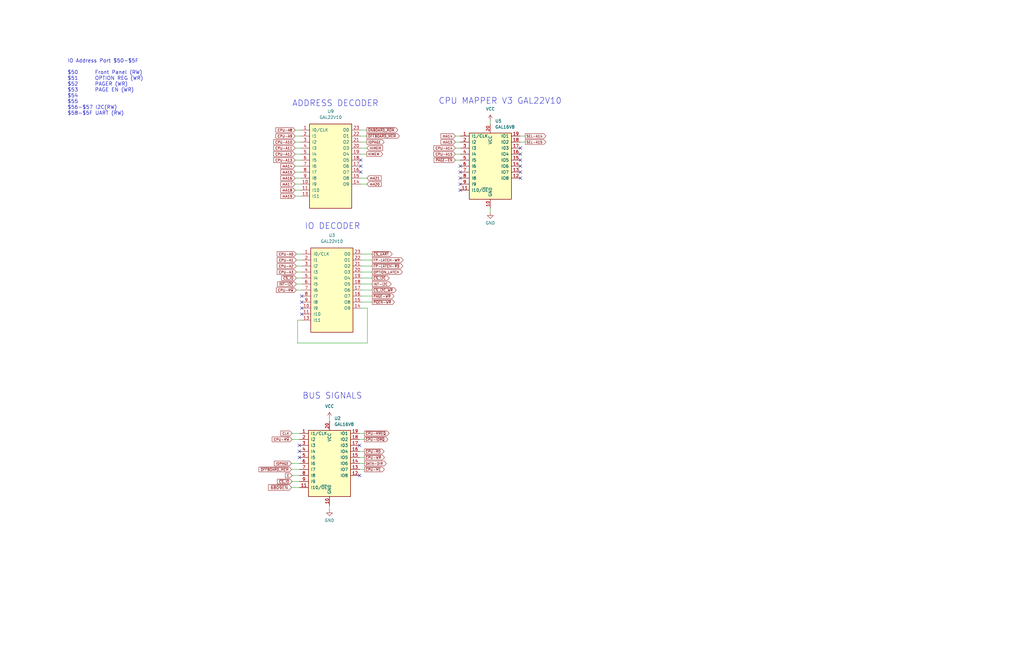
<source format=kicad_sch>
(kicad_sch (version 20211123) (generator eeschema)

  (uuid c3c349b1-d9bc-4742-9b63-40f30c22ca7c)

  (paper "B")

  (title_block
    (title "Duodyne 6809 CPU board")
    (date "2023-12-29")
    (rev "V1.00")
  )

  (lib_symbols
    (symbol "Logic_Programmable:GAL16V8" (pin_names (offset 1.016)) (in_bom yes) (on_board yes)
      (property "Reference" "U" (id 0) (at -8.89 16.51 0)
        (effects (font (size 1.27 1.27)) (justify left))
      )
      (property "Value" "GAL16V8" (id 1) (at 1.27 16.51 0)
        (effects (font (size 1.27 1.27)) (justify left))
      )
      (property "Footprint" "" (id 2) (at 0 0 0)
        (effects (font (size 1.27 1.27)) hide)
      )
      (property "Datasheet" "" (id 3) (at 0 0 0)
        (effects (font (size 1.27 1.27)) hide)
      )
      (property "ki_keywords" "GAL PLD 16V8" (id 4) (at 0 0 0)
        (effects (font (size 1.27 1.27)) hide)
      )
      (property "ki_description" "Programmable Logic Array, DIP-20/SOIC-20/PLCC-20" (id 5) (at 0 0 0)
        (effects (font (size 1.27 1.27)) hide)
      )
      (property "ki_fp_filters" "DIP* PDIP* SOIC* SO* PLCC*" (id 6) (at 0 0 0)
        (effects (font (size 1.27 1.27)) hide)
      )
      (symbol "GAL16V8_0_0"
        (pin power_in line (at 0 -17.78 90) (length 3.81)
          (name "GND" (effects (font (size 1.27 1.27))))
          (number "10" (effects (font (size 1.27 1.27))))
        )
        (pin power_in line (at 0 17.78 270) (length 3.81)
          (name "VCC" (effects (font (size 1.27 1.27))))
          (number "20" (effects (font (size 1.27 1.27))))
        )
      )
      (symbol "GAL16V8_0_1"
        (rectangle (start -8.89 13.97) (end 8.89 -13.97)
          (stroke (width 0.254) (type default) (color 0 0 0 0))
          (fill (type background))
        )
      )
      (symbol "GAL16V8_1_1"
        (pin input line (at -12.7 12.7 0) (length 3.81)
          (name "I1/CLK" (effects (font (size 1.27 1.27))))
          (number "1" (effects (font (size 1.27 1.27))))
        )
        (pin input line (at -12.7 -10.16 0) (length 3.81)
          (name "I10/~{OE}" (effects (font (size 1.27 1.27))))
          (number "11" (effects (font (size 1.27 1.27))))
        )
        (pin tri_state line (at 12.7 -5.08 180) (length 3.81)
          (name "IO8" (effects (font (size 1.27 1.27))))
          (number "12" (effects (font (size 1.27 1.27))))
        )
        (pin tri_state line (at 12.7 -2.54 180) (length 3.81)
          (name "IO7" (effects (font (size 1.27 1.27))))
          (number "13" (effects (font (size 1.27 1.27))))
        )
        (pin tri_state line (at 12.7 0 180) (length 3.81)
          (name "IO6" (effects (font (size 1.27 1.27))))
          (number "14" (effects (font (size 1.27 1.27))))
        )
        (pin tri_state line (at 12.7 2.54 180) (length 3.81)
          (name "IO5" (effects (font (size 1.27 1.27))))
          (number "15" (effects (font (size 1.27 1.27))))
        )
        (pin tri_state line (at 12.7 5.08 180) (length 3.81)
          (name "IO4" (effects (font (size 1.27 1.27))))
          (number "16" (effects (font (size 1.27 1.27))))
        )
        (pin tri_state line (at 12.7 7.62 180) (length 3.81)
          (name "I03" (effects (font (size 1.27 1.27))))
          (number "17" (effects (font (size 1.27 1.27))))
        )
        (pin tri_state line (at 12.7 10.16 180) (length 3.81)
          (name "IO2" (effects (font (size 1.27 1.27))))
          (number "18" (effects (font (size 1.27 1.27))))
        )
        (pin tri_state line (at 12.7 12.7 180) (length 3.81)
          (name "IO1" (effects (font (size 1.27 1.27))))
          (number "19" (effects (font (size 1.27 1.27))))
        )
        (pin input line (at -12.7 10.16 0) (length 3.81)
          (name "I2" (effects (font (size 1.27 1.27))))
          (number "2" (effects (font (size 1.27 1.27))))
        )
        (pin input line (at -12.7 7.62 0) (length 3.81)
          (name "I3" (effects (font (size 1.27 1.27))))
          (number "3" (effects (font (size 1.27 1.27))))
        )
        (pin input line (at -12.7 5.08 0) (length 3.81)
          (name "I4" (effects (font (size 1.27 1.27))))
          (number "4" (effects (font (size 1.27 1.27))))
        )
        (pin input line (at -12.7 2.54 0) (length 3.81)
          (name "I5" (effects (font (size 1.27 1.27))))
          (number "5" (effects (font (size 1.27 1.27))))
        )
        (pin input line (at -12.7 0 0) (length 3.81)
          (name "I6" (effects (font (size 1.27 1.27))))
          (number "6" (effects (font (size 1.27 1.27))))
        )
        (pin input line (at -12.7 -2.54 0) (length 3.81)
          (name "I7" (effects (font (size 1.27 1.27))))
          (number "7" (effects (font (size 1.27 1.27))))
        )
        (pin input line (at -12.7 -5.08 0) (length 3.81)
          (name "I8" (effects (font (size 1.27 1.27))))
          (number "8" (effects (font (size 1.27 1.27))))
        )
        (pin input line (at -12.7 -7.62 0) (length 3.81)
          (name "I9" (effects (font (size 1.27 1.27))))
          (number "9" (effects (font (size 1.27 1.27))))
        )
      )
    )
    (symbol "gal22v10:GAL22V10" (pin_names (offset 1.016)) (in_bom yes) (on_board yes)
      (property "Reference" "U" (id 0) (at -8.89 19.05 0)
        (effects (font (size 1.27 1.27)) (justify left))
      )
      (property "Value" "GAL22V10" (id 1) (at -1.27 19.05 0)
        (effects (font (size 1.27 1.27)) (justify left))
      )
      (property "Footprint" "" (id 2) (at 0 0 0)
        (effects (font (size 1.27 1.27)) hide)
      )
      (property "Datasheet" "" (id 3) (at 0 0 0)
        (effects (font (size 1.27 1.27)) hide)
      )
      (property "ki_fp_filters" "DIP* PDIP*" (id 4) (at 0 0 0)
        (effects (font (size 1.27 1.27)) hide)
      )
      (symbol "GAL22V10_0_1"
        (rectangle (start -8.89 -17.78) (end 8.89 17.78)
          (stroke (width 0.254) (type default) (color 0 0 0 0))
          (fill (type background))
        )
      )
      (symbol "GAL22V10_1_1"
        (pin input line (at -12.7 15.24 0) (length 3.81)
          (name "I0/CLK" (effects (font (size 1.27 1.27))))
          (number "1" (effects (font (size 1.27 1.27))))
        )
        (pin input line (at -12.7 -7.62 0) (length 3.81)
          (name "I9" (effects (font (size 1.27 1.27))))
          (number "10" (effects (font (size 1.27 1.27))))
        )
        (pin input line (at -12.7 -10.16 0) (length 3.81)
          (name "I10" (effects (font (size 1.27 1.27))))
          (number "11" (effects (font (size 1.27 1.27))))
        )
        (pin power_in line (at 0 -17.78 90) (length 0) hide
          (name "GND" (effects (font (size 1.27 1.27))))
          (number "12" (effects (font (size 1.27 1.27))))
        )
        (pin input line (at -12.7 -12.7 0) (length 3.81)
          (name "I11" (effects (font (size 1.27 1.27))))
          (number "13" (effects (font (size 1.27 1.27))))
        )
        (pin output line (at 12.7 -7.62 180) (length 3.81)
          (name "O9" (effects (font (size 1.27 1.27))))
          (number "14" (effects (font (size 1.27 1.27))))
        )
        (pin output line (at 12.7 -5.08 180) (length 3.81)
          (name "O8" (effects (font (size 1.27 1.27))))
          (number "15" (effects (font (size 1.27 1.27))))
        )
        (pin output line (at 12.7 -2.54 180) (length 3.81)
          (name "O7" (effects (font (size 1.27 1.27))))
          (number "16" (effects (font (size 1.27 1.27))))
        )
        (pin output line (at 12.7 0 180) (length 3.81)
          (name "O6" (effects (font (size 1.27 1.27))))
          (number "17" (effects (font (size 1.27 1.27))))
        )
        (pin output line (at 12.7 2.54 180) (length 3.81)
          (name "O5" (effects (font (size 1.27 1.27))))
          (number "18" (effects (font (size 1.27 1.27))))
        )
        (pin output line (at 12.7 5.08 180) (length 3.81)
          (name "O4" (effects (font (size 1.27 1.27))))
          (number "19" (effects (font (size 1.27 1.27))))
        )
        (pin input line (at -12.7 12.7 0) (length 3.81)
          (name "I1" (effects (font (size 1.27 1.27))))
          (number "2" (effects (font (size 1.27 1.27))))
        )
        (pin output line (at 12.7 7.62 180) (length 3.81)
          (name "O3" (effects (font (size 1.27 1.27))))
          (number "20" (effects (font (size 1.27 1.27))))
        )
        (pin output line (at 12.7 10.16 180) (length 3.81)
          (name "O2" (effects (font (size 1.27 1.27))))
          (number "21" (effects (font (size 1.27 1.27))))
        )
        (pin output line (at 12.7 12.7 180) (length 3.81)
          (name "O1" (effects (font (size 1.27 1.27))))
          (number "22" (effects (font (size 1.27 1.27))))
        )
        (pin output line (at 12.7 15.24 180) (length 3.81)
          (name "O0" (effects (font (size 1.27 1.27))))
          (number "23" (effects (font (size 1.27 1.27))))
        )
        (pin power_in line (at 0 17.78 270) (length 0) hide
          (name "VCC" (effects (font (size 1.27 1.27))))
          (number "24" (effects (font (size 1.27 1.27))))
        )
        (pin input line (at -12.7 10.16 0) (length 3.81)
          (name "I2" (effects (font (size 1.27 1.27))))
          (number "3" (effects (font (size 1.27 1.27))))
        )
        (pin input line (at -12.7 7.62 0) (length 3.81)
          (name "I3" (effects (font (size 1.27 1.27))))
          (number "4" (effects (font (size 1.27 1.27))))
        )
        (pin input line (at -12.7 5.08 0) (length 3.81)
          (name "I4" (effects (font (size 1.27 1.27))))
          (number "5" (effects (font (size 1.27 1.27))))
        )
        (pin input line (at -12.7 2.54 0) (length 3.81)
          (name "I5" (effects (font (size 1.27 1.27))))
          (number "6" (effects (font (size 1.27 1.27))))
        )
        (pin input line (at -12.7 0 0) (length 3.81)
          (name "I6" (effects (font (size 1.27 1.27))))
          (number "7" (effects (font (size 1.27 1.27))))
        )
        (pin input line (at -12.7 -2.54 0) (length 3.81)
          (name "I7" (effects (font (size 1.27 1.27))))
          (number "8" (effects (font (size 1.27 1.27))))
        )
        (pin input line (at -12.7 -5.08 0) (length 3.81)
          (name "I8" (effects (font (size 1.27 1.27))))
          (number "9" (effects (font (size 1.27 1.27))))
        )
      )
    )
    (symbol "power:GND" (power) (pin_names (offset 0)) (in_bom yes) (on_board yes)
      (property "Reference" "#PWR" (id 0) (at 0 -6.35 0)
        (effects (font (size 1.27 1.27)) hide)
      )
      (property "Value" "GND" (id 1) (at 0 -3.81 0)
        (effects (font (size 1.27 1.27)))
      )
      (property "Footprint" "" (id 2) (at 0 0 0)
        (effects (font (size 1.27 1.27)) hide)
      )
      (property "Datasheet" "" (id 3) (at 0 0 0)
        (effects (font (size 1.27 1.27)) hide)
      )
      (property "ki_keywords" "global power" (id 4) (at 0 0 0)
        (effects (font (size 1.27 1.27)) hide)
      )
      (property "ki_description" "Power symbol creates a global label with name \"GND\" , ground" (id 5) (at 0 0 0)
        (effects (font (size 1.27 1.27)) hide)
      )
      (symbol "GND_0_1"
        (polyline
          (pts
            (xy 0 0)
            (xy 0 -1.27)
            (xy 1.27 -1.27)
            (xy 0 -2.54)
            (xy -1.27 -1.27)
            (xy 0 -1.27)
          )
          (stroke (width 0) (type default) (color 0 0 0 0))
          (fill (type none))
        )
      )
      (symbol "GND_1_1"
        (pin power_in line (at 0 0 270) (length 0) hide
          (name "GND" (effects (font (size 1.27 1.27))))
          (number "1" (effects (font (size 1.27 1.27))))
        )
      )
    )
    (symbol "power:VCC" (power) (pin_names (offset 0)) (in_bom yes) (on_board yes)
      (property "Reference" "#PWR" (id 0) (at 0 -3.81 0)
        (effects (font (size 1.27 1.27)) hide)
      )
      (property "Value" "VCC" (id 1) (at 0 3.81 0)
        (effects (font (size 1.27 1.27)))
      )
      (property "Footprint" "" (id 2) (at 0 0 0)
        (effects (font (size 1.27 1.27)) hide)
      )
      (property "Datasheet" "" (id 3) (at 0 0 0)
        (effects (font (size 1.27 1.27)) hide)
      )
      (property "ki_keywords" "global power" (id 4) (at 0 0 0)
        (effects (font (size 1.27 1.27)) hide)
      )
      (property "ki_description" "Power symbol creates a global label with name \"VCC\"" (id 5) (at 0 0 0)
        (effects (font (size 1.27 1.27)) hide)
      )
      (symbol "VCC_0_1"
        (polyline
          (pts
            (xy -0.762 1.27)
            (xy 0 2.54)
          )
          (stroke (width 0) (type default) (color 0 0 0 0))
          (fill (type none))
        )
        (polyline
          (pts
            (xy 0 0)
            (xy 0 2.54)
          )
          (stroke (width 0) (type default) (color 0 0 0 0))
          (fill (type none))
        )
        (polyline
          (pts
            (xy 0 2.54)
            (xy 0.762 1.27)
          )
          (stroke (width 0) (type default) (color 0 0 0 0))
          (fill (type none))
        )
      )
      (symbol "VCC_1_1"
        (pin power_in line (at 0 0 90) (length 0) hide
          (name "VCC" (effects (font (size 1.27 1.27))))
          (number "1" (effects (font (size 1.27 1.27))))
        )
      )
    )
  )


  (no_connect (at 194.056 80.264) (uuid 084e00ae-f2aa-4fa5-8f29-758121ed5ac5))
  (no_connect (at 152.146 72.644) (uuid 0c79c4f2-34e9-4174-aa20-e12f8d2b061a))
  (no_connect (at 219.456 72.644) (uuid 18e1acb3-eaad-4e76-a3af-cee8fb3c3d78))
  (no_connect (at 194.056 75.184) (uuid 198c89a1-6599-429c-8fe9-3900bc437d2d))
  (no_connect (at 152.146 67.564) (uuid 40013344-2ed9-4fb7-9677-f3e3e05762da))
  (no_connect (at 127.254 127.508) (uuid 4b5df847-59f9-437b-aadb-5e656c752293))
  (no_connect (at 127.254 130.048) (uuid 4fe7fcab-6f73-4cdc-ac57-ccaee4337e0b))
  (no_connect (at 126.238 193.04) (uuid 5363f512-e8bc-4c91-bb58-72c2cb3a847b))
  (no_connect (at 194.056 77.724) (uuid 53ffde52-3b32-4202-bac8-693cd0bd9719))
  (no_connect (at 219.456 75.184) (uuid 73a452ce-73c6-46b7-9c28-be20af98876e))
  (no_connect (at 194.056 72.644) (uuid 8433503d-c2aa-4d2d-b614-02f1738b4861))
  (no_connect (at 219.456 67.564) (uuid 86ccd02b-a7a9-419f-a594-4ee9829aa59b))
  (no_connect (at 151.638 187.96) (uuid 89ced7e9-9189-49df-8927-f2a0a0513231))
  (no_connect (at 126.238 187.96) (uuid 9413e51d-c59d-4947-a636-ec6193422452))
  (no_connect (at 151.638 200.66) (uuid ad0a2231-c77e-46ff-b511-dbd6ea7ce06c))
  (no_connect (at 194.056 70.104) (uuid ade077f3-9c1d-4088-a436-a0d76d6953f7))
  (no_connect (at 219.456 65.024) (uuid c13efd9f-829d-47e3-8130-3b98e67e9398))
  (no_connect (at 127.254 132.588) (uuid c351e933-da84-4dfc-9018-9de6de8f583a))
  (no_connect (at 127.254 124.968) (uuid c713c33f-372e-4031-b0e8-8e5d600b369b))
  (no_connect (at 219.456 62.484) (uuid c7850794-389d-4dc9-98bf-99a62c879443))
  (no_connect (at 219.456 70.104) (uuid ca3cdec3-28f3-4774-8e27-592100e12d20))
  (no_connect (at 152.146 70.104) (uuid d5c8a360-8eb0-4e17-b346-7acaac18e0ef))
  (no_connect (at 126.238 190.5) (uuid ee6d561d-b6bd-48a5-a3c3-4be05f9d93ef))

  (wire (pts (xy 124.46 82.804) (xy 126.746 82.804))
    (stroke (width 0) (type default) (color 0 0 0 0))
    (uuid 047244c2-c680-42cd-b226-30642311f8b9)
  )
  (wire (pts (xy 151.638 182.88) (xy 153.67 182.88))
    (stroke (width 0) (type default) (color 0 0 0 0))
    (uuid 04ea88b3-dd34-449c-9998-32c0e4712be8)
  )
  (wire (pts (xy 152.654 130.048) (xy 154.94 130.048))
    (stroke (width 0) (type default) (color 0 0 0 0))
    (uuid 053b4ba2-2651-445a-92c3-0d4eef94dd14)
  )
  (wire (pts (xy 151.638 195.58) (xy 153.67 195.58))
    (stroke (width 0) (type default) (color 0 0 0 0))
    (uuid 0a274f54-8282-40ca-9404-eff9778d3f27)
  )
  (wire (pts (xy 138.938 176.53) (xy 138.938 177.8))
    (stroke (width 0) (type default) (color 0 0 0 0))
    (uuid 0a27c451-a6f4-4b65-b160-89ab6087e7e2)
  )
  (wire (pts (xy 123.19 185.42) (xy 126.238 185.42))
    (stroke (width 0) (type default) (color 0 0 0 0))
    (uuid 0accb029-5d18-4f8e-858b-335d26fd5d34)
  )
  (wire (pts (xy 151.638 185.42) (xy 153.67 185.42))
    (stroke (width 0) (type default) (color 0 0 0 0))
    (uuid 0ba56dc9-acbd-45bd-a2dd-1b38513955dc)
  )
  (wire (pts (xy 152.654 119.888) (xy 156.972 119.888))
    (stroke (width 0) (type default) (color 0 0 0 0))
    (uuid 0f38fcdc-9a17-4136-ad81-35bf99850192)
  )
  (wire (pts (xy 124.968 122.428) (xy 127.254 122.428))
    (stroke (width 0) (type default) (color 0 0 0 0))
    (uuid 108e758b-810c-45ef-b43b-a3926d8553f2)
  )
  (wire (pts (xy 192.024 65.024) (xy 194.056 65.024))
    (stroke (width 0) (type default) (color 0 0 0 0))
    (uuid 1292ba53-9e59-426a-bb7c-1501099c06e1)
  )
  (wire (pts (xy 152.654 124.968) (xy 156.972 124.968))
    (stroke (width 0) (type default) (color 0 0 0 0))
    (uuid 12d943df-e129-4857-9355-f23a8020e153)
  )
  (wire (pts (xy 123.19 182.88) (xy 126.238 182.88))
    (stroke (width 0) (type default) (color 0 0 0 0))
    (uuid 14351b71-b9f1-4ed5-bece-8d9bc0b5d3f5)
  )
  (wire (pts (xy 192.024 59.944) (xy 194.056 59.944))
    (stroke (width 0) (type default) (color 0 0 0 0))
    (uuid 1d384608-2f7f-43c6-a920-206cde07b748)
  )
  (wire (pts (xy 152.654 127.508) (xy 156.972 127.508))
    (stroke (width 0) (type default) (color 0 0 0 0))
    (uuid 1d59ae86-4754-422c-a1e0-e82e00d79ef0)
  )
  (wire (pts (xy 152.654 114.808) (xy 156.972 114.808))
    (stroke (width 0) (type default) (color 0 0 0 0))
    (uuid 2b47cd98-d6e5-4872-96b1-8a1bd84507da)
  )
  (wire (pts (xy 152.654 109.728) (xy 156.972 109.728))
    (stroke (width 0) (type default) (color 0 0 0 0))
    (uuid 2ed3ed62-177b-4236-8902-7fab7b3a3a8c)
  )
  (wire (pts (xy 151.638 198.12) (xy 153.67 198.12))
    (stroke (width 0) (type default) (color 0 0 0 0))
    (uuid 426243d8-b67d-4f08-9ad3-9008faafa163)
  )
  (wire (pts (xy 206.756 51.054) (xy 206.756 52.324))
    (stroke (width 0) (type default) (color 0 0 0 0))
    (uuid 482c8822-2de8-4a27-a338-29933d76e45e)
  )
  (wire (pts (xy 152.654 107.188) (xy 156.972 107.188))
    (stroke (width 0) (type default) (color 0 0 0 0))
    (uuid 4b248af9-9ce9-4145-9592-810454c95039)
  )
  (wire (pts (xy 124.968 112.268) (xy 127.254 112.268))
    (stroke (width 0) (type default) (color 0 0 0 0))
    (uuid 4d0a0b86-4faf-48dd-95a8-9f9a7ea08ae9)
  )
  (wire (pts (xy 192.024 62.484) (xy 194.056 62.484))
    (stroke (width 0) (type default) (color 0 0 0 0))
    (uuid 4f487e51-44ab-431e-ae75-a6eb19950436)
  )
  (wire (pts (xy 152.654 117.348) (xy 156.972 117.348))
    (stroke (width 0) (type default) (color 0 0 0 0))
    (uuid 5083c537-4152-455f-b3e4-7bc0353b8b9c)
  )
  (wire (pts (xy 124.46 57.404) (xy 126.746 57.404))
    (stroke (width 0) (type default) (color 0 0 0 0))
    (uuid 590d7e90-9fe7-4edc-884e-fffc1add96a6)
  )
  (wire (pts (xy 124.46 65.024) (xy 126.746 65.024))
    (stroke (width 0) (type default) (color 0 0 0 0))
    (uuid 59972d42-b580-40b4-81be-b68ac2971d3c)
  )
  (wire (pts (xy 219.456 57.404) (xy 221.488 57.404))
    (stroke (width 0) (type default) (color 0 0 0 0))
    (uuid 59c189b5-65e6-4e73-bd76-a25728eb7a59)
  )
  (wire (pts (xy 152.146 75.184) (xy 154.686 75.184))
    (stroke (width 0) (type default) (color 0 0 0 0))
    (uuid 634b63d6-debe-45f1-85a3-2b860bd5a80f)
  )
  (wire (pts (xy 124.968 109.728) (xy 127.254 109.728))
    (stroke (width 0) (type default) (color 0 0 0 0))
    (uuid 6417d3a9-6c76-4ed9-b8a1-96a12129643a)
  )
  (wire (pts (xy 124.968 117.348) (xy 127.254 117.348))
    (stroke (width 0) (type default) (color 0 0 0 0))
    (uuid 66c0fd4b-66b2-42ad-919f-4b14dfda80c7)
  )
  (wire (pts (xy 124.46 80.264) (xy 126.746 80.264))
    (stroke (width 0) (type default) (color 0 0 0 0))
    (uuid 7281ca40-96c3-4ca4-8bad-4402ef8ad90b)
  )
  (wire (pts (xy 122.936 198.12) (xy 126.238 198.12))
    (stroke (width 0) (type default) (color 0 0 0 0))
    (uuid 7759d708-f905-4916-9d7a-18ae63f2ce2c)
  )
  (wire (pts (xy 192.024 67.564) (xy 194.056 67.564))
    (stroke (width 0) (type default) (color 0 0 0 0))
    (uuid 779d95f8-fc4b-456e-8c14-7992b6a5f72b)
  )
  (wire (pts (xy 124.46 62.484) (xy 126.746 62.484))
    (stroke (width 0) (type default) (color 0 0 0 0))
    (uuid 81df64e2-24d2-4c7c-924e-421d697af96e)
  )
  (wire (pts (xy 124.46 75.184) (xy 126.746 75.184))
    (stroke (width 0) (type default) (color 0 0 0 0))
    (uuid 83223274-1d6f-4f4d-87b1-5ae9e97c448f)
  )
  (wire (pts (xy 154.94 144.78) (xy 125.476 144.78))
    (stroke (width 0) (type default) (color 0 0 0 0))
    (uuid 852f6e50-a514-42da-a33b-52e3fbf355b3)
  )
  (wire (pts (xy 152.146 62.484) (xy 154.686 62.484))
    (stroke (width 0) (type default) (color 0 0 0 0))
    (uuid 89765b62-4608-4f1a-8329-1d60ec749001)
  )
  (wire (pts (xy 124.46 70.104) (xy 126.746 70.104))
    (stroke (width 0) (type default) (color 0 0 0 0))
    (uuid 8a13fabb-bad1-4216-923a-36006d04705e)
  )
  (wire (pts (xy 152.146 57.404) (xy 154.686 57.404))
    (stroke (width 0) (type default) (color 0 0 0 0))
    (uuid 8c0ac902-e5e8-42a4-ab8e-2692847b4246)
  )
  (wire (pts (xy 124.968 119.888) (xy 127.254 119.888))
    (stroke (width 0) (type default) (color 0 0 0 0))
    (uuid 91ab390f-5fd4-4539-b650-5779d845ca32)
  )
  (wire (pts (xy 124.968 114.808) (xy 127.254 114.808))
    (stroke (width 0) (type default) (color 0 0 0 0))
    (uuid 9779f199-4006-4256-8d0f-d78a29ebb97d)
  )
  (wire (pts (xy 152.146 59.944) (xy 154.686 59.944))
    (stroke (width 0) (type default) (color 0 0 0 0))
    (uuid 9c828387-434a-4c3b-90fb-a9b688196893)
  )
  (wire (pts (xy 124.46 59.944) (xy 126.746 59.944))
    (stroke (width 0) (type default) (color 0 0 0 0))
    (uuid 9fc3f8cb-9a7f-46b0-b7cb-d4c7281e5ef3)
  )
  (wire (pts (xy 152.146 77.724) (xy 154.686 77.724))
    (stroke (width 0) (type default) (color 0 0 0 0))
    (uuid a38da769-f379-47ac-9f1d-3481b15f268e)
  )
  (wire (pts (xy 151.638 193.04) (xy 153.67 193.04))
    (stroke (width 0) (type default) (color 0 0 0 0))
    (uuid a6587541-12e9-4d26-b5d3-d1e69df3f0d2)
  )
  (wire (pts (xy 122.936 195.58) (xy 126.238 195.58))
    (stroke (width 0) (type default) (color 0 0 0 0))
    (uuid a8fffabe-a5eb-4f94-b0a9-758533ddffd4)
  )
  (wire (pts (xy 219.456 59.944) (xy 221.488 59.944))
    (stroke (width 0) (type default) (color 0 0 0 0))
    (uuid ad9b66d4-872c-4da1-a12e-a437e0cd253d)
  )
  (wire (pts (xy 124.968 107.188) (xy 127.254 107.188))
    (stroke (width 0) (type default) (color 0 0 0 0))
    (uuid af88317c-9815-406e-a6c6-e30c058904b4)
  )
  (wire (pts (xy 124.46 67.564) (xy 126.746 67.564))
    (stroke (width 0) (type default) (color 0 0 0 0))
    (uuid b3f07490-c569-4bec-9d1f-5de162c81c86)
  )
  (wire (pts (xy 123.19 203.2) (xy 126.238 203.2))
    (stroke (width 0) (type default) (color 0 0 0 0))
    (uuid b4d1d609-7158-41b0-b51e-697ac0f41ad8)
  )
  (wire (pts (xy 192.024 57.404) (xy 194.056 57.404))
    (stroke (width 0) (type default) (color 0 0 0 0))
    (uuid b5881657-ee3c-4261-a56d-53c653e0eb8e)
  )
  (wire (pts (xy 125.476 135.128) (xy 127.254 135.128))
    (stroke (width 0) (type default) (color 0 0 0 0))
    (uuid bb749f2f-1b1d-4ab4-9484-2bc69af3a938)
  )
  (wire (pts (xy 206.756 87.884) (xy 206.756 89.662))
    (stroke (width 0) (type default) (color 0 0 0 0))
    (uuid ca3efdde-6dd7-4b15-861f-8c82d73995b3)
  )
  (wire (pts (xy 124.46 72.644) (xy 126.746 72.644))
    (stroke (width 0) (type default) (color 0 0 0 0))
    (uuid cb7b9535-e459-41bc-8737-22c30e9f2eba)
  )
  (wire (pts (xy 138.938 213.36) (xy 138.938 215.138))
    (stroke (width 0) (type default) (color 0 0 0 0))
    (uuid ce0d92d7-5c6a-413c-affb-b983689e55e3)
  )
  (wire (pts (xy 124.46 77.724) (xy 126.746 77.724))
    (stroke (width 0) (type default) (color 0 0 0 0))
    (uuid d3c86f6a-55b7-46fe-89a0-d7405939d83f)
  )
  (wire (pts (xy 152.654 122.428) (xy 156.972 122.428))
    (stroke (width 0) (type default) (color 0 0 0 0))
    (uuid d8dd2896-9bb6-4eb3-8d8c-0b887d35940d)
  )
  (wire (pts (xy 152.146 54.864) (xy 154.686 54.864))
    (stroke (width 0) (type default) (color 0 0 0 0))
    (uuid daa75cf1-578b-4b3b-85b7-8d26649bf283)
  )
  (wire (pts (xy 123.19 200.66) (xy 126.238 200.66))
    (stroke (width 0) (type default) (color 0 0 0 0))
    (uuid dbc8710a-926a-487c-8078-93c90410f405)
  )
  (wire (pts (xy 124.46 54.864) (xy 126.746 54.864))
    (stroke (width 0) (type default) (color 0 0 0 0))
    (uuid dd9d9c83-af9c-4baf-af27-638e404e3444)
  )
  (wire (pts (xy 154.94 130.048) (xy 154.94 144.78))
    (stroke (width 0) (type default) (color 0 0 0 0))
    (uuid e019bed8-a6fb-4abb-86de-ab0423d6d5ad)
  )
  (wire (pts (xy 151.638 190.5) (xy 153.67 190.5))
    (stroke (width 0) (type default) (color 0 0 0 0))
    (uuid e9841fdd-f3cb-47cf-a3f8-11c14bc9e8dd)
  )
  (wire (pts (xy 152.146 65.024) (xy 154.686 65.024))
    (stroke (width 0) (type default) (color 0 0 0 0))
    (uuid ef0b6c5b-1ead-4e78-b6ac-c70e759b220f)
  )
  (wire (pts (xy 122.936 205.74) (xy 126.238 205.74))
    (stroke (width 0) (type default) (color 0 0 0 0))
    (uuid f7555b0a-bb1e-4415-9145-80ff14f6261e)
  )
  (wire (pts (xy 152.654 112.268) (xy 156.972 112.268))
    (stroke (width 0) (type default) (color 0 0 0 0))
    (uuid ff6183e2-5654-4e1b-9f2f-fd231e519399)
  )
  (wire (pts (xy 125.476 144.78) (xy 125.476 135.128))
    (stroke (width 0) (type default) (color 0 0 0 0))
    (uuid ff894ab8-2c54-45de-96fb-0dbfe08dbdae)
  )

  (text "CPU MAPPER V3 GAL22V10" (at 184.912 44.196 0)
    (effects (font (size 2.54 2.54)) (justify left bottom))
    (uuid 0e2d4095-3224-4ea4-9d57-d47a33d5a6c9)
  )
  (text "ADDRESS DECODER" (at 123.19 45.212 0)
    (effects (font (size 2.54 2.54)) (justify left bottom))
    (uuid 1afbf2a1-93e1-47bf-977f-e132c2375c62)
  )
  (text "IO DECODER\n" (at 128.524 97.028 0)
    (effects (font (size 2.54 2.54)) (justify left bottom))
    (uuid 930f1563-6d83-4d40-9b92-f001399bc6ee)
  )
  (text "IO Address Port $50-$5F\n\n$50	     Front Panel (RW)\n$51	     OPTION REG (WR)\n$52	     PAGER (WR)\n$53	     PAGE EN (WR)\n$54     \n$55     \n$56-$57 I2C(RW)\n$58-$5F UART (RW)"
    (at 28.448 48.768 0)
    (effects (font (size 1.524 1.524)) (justify left bottom))
    (uuid bc80decc-df57-444a-abb0-0e15fde065d0)
  )
  (text "BUS SIGNALS\n\n" (at 127.508 172.72 0)
    (effects (font (size 2.54 2.54)) (justify left bottom))
    (uuid ea16b8d3-6c36-44a3-abf9-cbc7a8da0d52)
  )

  (global_label "~{PGEN-WR}" (shape output) (at 156.972 127.508 0) (fields_autoplaced)
    (effects (font (size 1.016 1.016)) (justify left))
    (uuid 08c27526-3a50-4b47-beb7-128dc8548f05)
    (property "Intersheet References" "${INTERSHEET_REFS}" (id 0) (at -50.038 72.898 0)
      (effects (font (size 1.27 1.27)) hide)
    )
  )
  (global_label "CPU-A3" (shape input) (at 124.968 114.808 180) (fields_autoplaced)
    (effects (font (size 1.016 1.016)) (justify right))
    (uuid 164a119e-a283-472b-bb2c-2003d37ab3c3)
    (property "Intersheet References" "${INTERSHEET_REFS}" (id 0) (at 116.9159 114.7445 0)
      (effects (font (size 1.016 1.016)) (justify right) hide)
    )
  )
  (global_label "FP-LATCH-WR" (shape output) (at 156.972 109.728 0) (fields_autoplaced)
    (effects (font (size 1.016 1.016)) (justify left))
    (uuid 16afe0fa-749e-417b-9a4d-3adaab475ecb)
    (property "Intersheet References" "${INTERSHEET_REFS}" (id 0) (at 169.9589 109.7915 0)
      (effects (font (size 1.016 1.016)) (justify left) hide)
    )
  )
  (global_label "~{CS_I2C}" (shape output) (at 156.972 117.348 0) (fields_autoplaced)
    (effects (font (size 1.016 1.016)) (justify left))
    (uuid 2b5d4dc2-c6a9-42b6-b7a1-6882528c7b23)
    (property "Intersheet References" "${INTERSHEET_REFS}" (id 0) (at 164.0564 117.2845 0)
      (effects (font (size 1.016 1.016)) (justify left) hide)
    )
  )
  (global_label "~{CPU-RD}" (shape output) (at 153.67 190.5 0) (fields_autoplaced)
    (effects (font (size 1.016 1.016)) (justify left))
    (uuid 2c476d7c-303f-43f2-9ad8-e043089aec95)
    (property "Intersheet References" "${INTERSHEET_REFS}" (id 0) (at 335.28 306.07 0)
      (effects (font (size 1.27 1.27)) hide)
    )
  )
  (global_label "~{CS_IO}" (shape input) (at 124.968 117.348 180) (fields_autoplaced)
    (effects (font (size 1.016 1.016)) (justify right))
    (uuid 2db2818a-c163-48ac-a172-bd69ee6c8b06)
    (property "Intersheet References" "${INTERSHEET_REFS}" (id 0) (at 118.8028 117.4115 0)
      (effects (font (size 1.016 1.016)) (justify right) hide)
    )
  )
  (global_label "mA15" (shape input) (at 192.024 59.944 180) (fields_autoplaced)
    (effects (font (size 1.016 1.016)) (justify right))
    (uuid 357e846b-65f7-4f3e-8634-00a58dd76f34)
    (property "Intersheet References" "${INTERSHEET_REFS}" (id 0) (at 25.654 -9.906 0)
      (effects (font (size 1.27 1.27)) hide)
    )
  )
  (global_label "E" (shape input) (at 123.19 200.66 180) (fields_autoplaced)
    (effects (font (size 1.016 1.016)) (justify right))
    (uuid 44110887-d568-4553-b011-d52292a113a1)
    (property "Intersheet References" "${INTERSHEET_REFS}" (id 0) (at 120.4115 200.7235 0)
      (effects (font (size 1.016 1.016)) (justify right) hide)
    )
  )
  (global_label "~{CPU-MREQ}" (shape output) (at 153.67 182.88 0) (fields_autoplaced)
    (effects (font (size 1.016 1.016)) (justify left))
    (uuid 46f15d76-dae2-44f8-926a-c73ef898a7b0)
    (property "Intersheet References" "${INTERSHEET_REFS}" (id 0) (at 335.28 293.37 0)
      (effects (font (size 1.27 1.27)) hide)
    )
  )
  (global_label "CPU-A1" (shape input) (at 124.968 109.728 180) (fields_autoplaced)
    (effects (font (size 1.016 1.016)) (justify right))
    (uuid 4ddc513d-5e54-4a78-9b4c-fb2e56448ae5)
    (property "Intersheet References" "${INTERSHEET_REFS}" (id 0) (at 116.9159 109.6645 0)
      (effects (font (size 1.016 1.016)) (justify right) hide)
    )
  )
  (global_label "IOPAGE" (shape output) (at 154.686 59.944 0) (fields_autoplaced)
    (effects (font (size 1.016 1.016)) (justify left))
    (uuid 543a77f4-802d-41c4-ae0a-4637839138aa)
    (property "Intersheet References" "${INTERSHEET_REFS}" (id 0) (at 161.9156 59.8805 0)
      (effects (font (size 1.016 1.016)) (justify left) hide)
    )
  )
  (global_label "CPU-A8" (shape input) (at 124.46 54.864 180) (fields_autoplaced)
    (effects (font (size 1.016 1.016)) (justify right))
    (uuid 56aaeb7c-97f3-40ab-9b54-5ed039d39a46)
    (property "Intersheet References" "${INTERSHEET_REFS}" (id 0) (at 116.4079 54.9275 0)
      (effects (font (size 1.016 1.016)) (justify right) hide)
    )
  )
  (global_label "~{CS_IO}" (shape input) (at 123.19 203.2 180) (fields_autoplaced)
    (effects (font (size 1.016 1.016)) (justify right))
    (uuid 5719fa55-e2ef-424a-a8c0-01f2c4cdcff7)
    (property "Intersheet References" "${INTERSHEET_REFS}" (id 0) (at 117.0248 203.2635 0)
      (effects (font (size 1.016 1.016)) (justify right) hide)
    )
  )
  (global_label "CLK" (shape input) (at 123.19 182.88 180) (fields_autoplaced)
    (effects (font (size 1.016 1.016)) (justify right))
    (uuid 5964ab84-40f1-44f9-a4c3-867841c2d2e3)
    (property "Intersheet References" "${INTERSHEET_REFS}" (id 0) (at 118.4762 182.8165 0)
      (effects (font (size 1.016 1.016)) (justify right) hide)
    )
  )
  (global_label "~{CPU-WR}" (shape output) (at 153.67 193.04 0) (fields_autoplaced)
    (effects (font (size 1.016 1.016)) (justify left))
    (uuid 5cce2dcb-b010-4bb0-9a70-ce60d580e088)
    (property "Intersheet References" "${INTERSHEET_REFS}" (id 0) (at 335.28 311.15 0)
      (effects (font (size 1.27 1.27)) hide)
    )
  )
  (global_label "mA15" (shape input) (at 124.46 72.644 180) (fields_autoplaced)
    (effects (font (size 1.016 1.016)) (justify right))
    (uuid 61dc1a5f-c95c-4cc9-b42d-28a5988445bd)
    (property "Intersheet References" "${INTERSHEET_REFS}" (id 0) (at 118.4399 72.7075 0)
      (effects (font (size 1.016 1.016)) (justify right) hide)
    )
  )
  (global_label "mA14" (shape input) (at 192.024 57.404 180) (fields_autoplaced)
    (effects (font (size 1.016 1.016)) (justify right))
    (uuid 62ce67f7-e6ee-4584-b307-eb98350aa7ea)
    (property "Intersheet References" "${INTERSHEET_REFS}" (id 0) (at 25.654 -9.906 0)
      (effects (font (size 1.27 1.27)) hide)
    )
  )
  (global_label "mA18" (shape input) (at 124.46 80.264 180) (fields_autoplaced)
    (effects (font (size 1.016 1.016)) (justify right))
    (uuid 70387619-caf1-485b-9c25-a23feae848d8)
    (property "Intersheet References" "${INTERSHEET_REFS}" (id 0) (at 118.4399 80.3275 0)
      (effects (font (size 1.016 1.016)) (justify right) hide)
    )
  )
  (global_label "~{CPU-M1}" (shape output) (at 153.67 198.12 0) (fields_autoplaced)
    (effects (font (size 1.016 1.016)) (justify left))
    (uuid 736892d4-d15f-464b-b060-5e8c2a735845)
    (property "Intersheet References" "${INTERSHEET_REFS}" (id 0) (at 335.28 306.07 0)
      (effects (font (size 1.27 1.27)) hide)
    )
  )
  (global_label "CPU-A2" (shape input) (at 124.968 112.268 180) (fields_autoplaced)
    (effects (font (size 1.016 1.016)) (justify right))
    (uuid 770b661b-fa6a-4ecc-ba0d-eafd84e5e2db)
    (property "Intersheet References" "${INTERSHEET_REFS}" (id 0) (at 116.9159 112.2045 0)
      (effects (font (size 1.016 1.016)) (justify right) hide)
    )
  )
  (global_label "~{OFFBOARD_MEM}" (shape input) (at 122.936 198.12 180) (fields_autoplaced)
    (effects (font (size 1.016 1.016)) (justify right))
    (uuid 7ed9ff39-80ff-45a6-a138-65e05d39423e)
    (property "Intersheet References" "${INTERSHEET_REFS}" (id 0) (at 109.2717 198.0565 0)
      (effects (font (size 1.016 1.016)) (justify right) hide)
    )
  )
  (global_label "~{OFFBOARD_MEM}" (shape output) (at 154.686 57.404 0) (fields_autoplaced)
    (effects (font (size 1.016 1.016)) (justify left))
    (uuid 81e96b93-365a-49b4-8e21-0e874b1ade7e)
    (property "Intersheet References" "${INTERSHEET_REFS}" (id 0) (at 168.3503 57.3405 0)
      (effects (font (size 1.016 1.016)) (justify left) hide)
    )
  )
  (global_label "CPU-A10" (shape input) (at 124.46 59.944 180) (fields_autoplaced)
    (effects (font (size 1.016 1.016)) (justify right))
    (uuid 85ed94f1-a163-45ea-ba09-7a58204148ff)
    (property "Intersheet References" "${INTERSHEET_REFS}" (id 0) (at 115.4403 59.8805 0)
      (effects (font (size 1.016 1.016)) (justify right) hide)
    )
  )
  (global_label "CPU-A0" (shape input) (at 124.968 107.188 180) (fields_autoplaced)
    (effects (font (size 1.016 1.016)) (justify right))
    (uuid 861f3977-f34d-4fa5-b7df-99efddf05362)
    (property "Intersheet References" "${INTERSHEET_REFS}" (id 0) (at 116.9159 107.1245 0)
      (effects (font (size 1.016 1.016)) (justify right) hide)
    )
  )
  (global_label "~{CS_I2C_WR}" (shape output) (at 156.972 122.428 0) (fields_autoplaced)
    (effects (font (size 1.016 1.016)) (justify left))
    (uuid 86815926-8f12-47fc-ab31-b1b5895a9302)
    (property "Intersheet References" "${INTERSHEET_REFS}" (id 0) (at 167.0077 122.3645 0)
      (effects (font (size 1.016 1.016)) (justify left) hide)
    )
  )
  (global_label "~{PAGE-EN}" (shape input) (at 192.024 67.564 180) (fields_autoplaced)
    (effects (font (size 1.016 1.016)) (justify right))
    (uuid 8748290e-ba22-4255-912d-31b7e4c232e2)
    (property "Intersheet References" "${INTERSHEET_REFS}" (id 0) (at 108.204 -169.926 0)
      (effects (font (size 1.27 1.27)) hide)
    )
  )
  (global_label "INT-I2C" (shape output) (at 156.972 119.888 0) (fields_autoplaced)
    (effects (font (size 1.016 1.016)) (justify left))
    (uuid 885f455c-3ef4-4898-a22a-b64c84212d6a)
    (property "Intersheet References" "${INTERSHEET_REFS}" (id 0) (at 164.8789 119.8245 0)
      (effects (font (size 1.016 1.016)) (justify left) hide)
    )
  )
  (global_label "~{6809EN}" (shape input) (at 122.936 205.74 180) (fields_autoplaced)
    (effects (font (size 1.27 1.27)) (justify right))
    (uuid 88811024-b7a9-468b-8713-71999699763f)
    (property "Intersheet References" "${INTERSHEET_REFS}" (id 0) (at 113.2942 205.6606 0)
      (effects (font (size 1.27 1.27)) (justify right) hide)
    )
  )
  (global_label "mA14" (shape input) (at 124.46 70.104 180) (fields_autoplaced)
    (effects (font (size 1.016 1.016)) (justify right))
    (uuid 8adaf63f-e216-4fdc-a105-2fdb595548a9)
    (property "Intersheet References" "${INTERSHEET_REFS}" (id 0) (at 118.4399 70.1675 0)
      (effects (font (size 1.016 1.016)) (justify right) hide)
    )
  )
  (global_label "mA16" (shape input) (at 124.46 75.184 180) (fields_autoplaced)
    (effects (font (size 1.016 1.016)) (justify right))
    (uuid 8e5a3926-5684-48b3-b2bf-c15cd90c48ff)
    (property "Intersheet References" "${INTERSHEET_REFS}" (id 0) (at 118.4399 75.2475 0)
      (effects (font (size 1.016 1.016)) (justify right) hide)
    )
  )
  (global_label "~{INT-I2C}" (shape input) (at 124.968 119.888 180) (fields_autoplaced)
    (effects (font (size 1.016 1.016)) (justify right))
    (uuid 90ea3b06-2897-4aec-a08e-697812948d72)
    (property "Intersheet References" "${INTERSHEET_REFS}" (id 0) (at 117.0611 119.9515 0)
      (effects (font (size 1.016 1.016)) (justify right) hide)
    )
  )
  (global_label "~{FP-LATCH-RD}" (shape output) (at 156.972 112.268 0) (fields_autoplaced)
    (effects (font (size 1.016 1.016)) (justify left))
    (uuid 9327e9c2-d451-424f-a22e-68d75a33e993)
    (property "Intersheet References" "${INTERSHEET_REFS}" (id 0) (at 169.8138 112.3315 0)
      (effects (font (size 1.016 1.016)) (justify left) hide)
    )
  )
  (global_label "mA20" (shape input) (at 154.686 77.724 0) (fields_autoplaced)
    (effects (font (size 1.016 1.016)) (justify left))
    (uuid 97327937-3cfa-4a0e-b641-07d17ade1f6b)
    (property "Intersheet References" "${INTERSHEET_REFS}" (id 0) (at 160.7061 77.6605 0)
      (effects (font (size 1.016 1.016)) (justify left) hide)
    )
  )
  (global_label "SEL-A15" (shape output) (at 221.488 59.944 0) (fields_autoplaced)
    (effects (font (size 1.016 1.016)) (justify left))
    (uuid a2b13e67-9ec2-4902-bec6-56f9449ffd41)
    (property "Intersheet References" "${INTERSHEET_REFS}" (id 0) (at 14.478 0.254 0)
      (effects (font (size 1.27 1.27)) hide)
    )
  )
  (global_label "CPU-R~{W}" (shape input) (at 123.19 185.42 180) (fields_autoplaced)
    (effects (font (size 1.016 1.016)) (justify right))
    (uuid a7a7be93-58b5-4e11-bfe3-93090dafa0d4)
    (property "Intersheet References" "${INTERSHEET_REFS}" (id 0) (at 114.7993 185.3565 0)
      (effects (font (size 1.016 1.016)) (justify right) hide)
    )
  )
  (global_label "HIMEM" (shape output) (at 154.686 65.024 0) (fields_autoplaced)
    (effects (font (size 1.016 1.016)) (justify left))
    (uuid aedb256e-b977-4756-821b-dae460d0559a)
    (property "Intersheet References" "${INTERSHEET_REFS}" (id 0) (at 161.335 64.9605 0)
      (effects (font (size 1.016 1.016)) (justify left) hide)
    )
  )
  (global_label "mA19" (shape input) (at 124.46 82.804 180) (fields_autoplaced)
    (effects (font (size 1.016 1.016)) (justify right))
    (uuid af0f4c27-9381-44a2-9b60-28fd51824199)
    (property "Intersheet References" "${INTERSHEET_REFS}" (id 0) (at 118.4399 82.8675 0)
      (effects (font (size 1.016 1.016)) (justify right) hide)
    )
  )
  (global_label "CPU-A15" (shape input) (at 192.024 65.024 180) (fields_autoplaced)
    (effects (font (size 1.016 1.016)) (justify right))
    (uuid b1bacc71-9c88-4843-951a-a1bbc89ea766)
    (property "Intersheet References" "${INTERSHEET_REFS}" (id 0) (at 25.654 0.254 0)
      (effects (font (size 1.27 1.27)) hide)
    )
  )
  (global_label "IOPAGE" (shape input) (at 122.936 195.58 180) (fields_autoplaced)
    (effects (font (size 1.016 1.016)) (justify right))
    (uuid b5b50921-d3c9-4d15-af62-ce5b46477d41)
    (property "Intersheet References" "${INTERSHEET_REFS}" (id 0) (at 115.7064 195.6435 0)
      (effects (font (size 1.016 1.016)) (justify right) hide)
    )
  )
  (global_label "mA21" (shape input) (at 154.686 75.184 0) (fields_autoplaced)
    (effects (font (size 1.016 1.016)) (justify left))
    (uuid bb3321d5-1962-4a11-9cb2-c99d3a6c65be)
    (property "Intersheet References" "${INTERSHEET_REFS}" (id 0) (at 160.7061 75.1205 0)
      (effects (font (size 1.016 1.016)) (justify left) hide)
    )
  )
  (global_label "~{ONBOARD_ROM}" (shape output) (at 154.686 54.864 0) (fields_autoplaced)
    (effects (font (size 1.016 1.016)) (justify left))
    (uuid bbfd550f-c7d4-4bdf-8f86-b83b26ef32fb)
    (property "Intersheet References" "${INTERSHEET_REFS}" (id 0) (at 167.6729 54.8005 0)
      (effects (font (size 1.016 1.016)) (justify left) hide)
    )
  )
  (global_label "SEL-A14" (shape output) (at 221.488 57.404 0) (fields_autoplaced)
    (effects (font (size 1.016 1.016)) (justify left))
    (uuid be6f5e6e-85ce-4ccf-ac01-83222b5c0cd0)
    (property "Intersheet References" "${INTERSHEET_REFS}" (id 0) (at 14.478 0.254 0)
      (effects (font (size 1.27 1.27)) hide)
    )
  )
  (global_label "CPU-A11" (shape input) (at 124.46 62.484 180) (fields_autoplaced)
    (effects (font (size 1.016 1.016)) (justify right))
    (uuid bffa94a7-ac01-454b-8b1b-c94e6aaaab71)
    (property "Intersheet References" "${INTERSHEET_REFS}" (id 0) (at 115.4403 62.4205 0)
      (effects (font (size 1.016 1.016)) (justify right) hide)
    )
  )
  (global_label "OPTION_LATCH" (shape output) (at 156.972 114.808 0) (fields_autoplaced)
    (effects (font (size 1.016 1.016)) (justify left))
    (uuid c3d3389f-b6a4-433f-8f64-7b728d687505)
    (property "Intersheet References" "${INTERSHEET_REFS}" (id 0) (at 169.6203 114.7445 0)
      (effects (font (size 1.016 1.016)) (justify left) hide)
    )
  )
  (global_label "CPU-A14" (shape input) (at 192.024 62.484 180) (fields_autoplaced)
    (effects (font (size 1.016 1.016)) (justify right))
    (uuid c5e32d02-825b-4069-a1c7-0eb9d8093ec4)
    (property "Intersheet References" "${INTERSHEET_REFS}" (id 0) (at 25.654 0.254 0)
      (effects (font (size 1.27 1.27)) hide)
    )
  )
  (global_label "CPU-A13" (shape input) (at 124.46 67.564 180) (fields_autoplaced)
    (effects (font (size 1.016 1.016)) (justify right))
    (uuid c7469d69-227c-468b-b4af-3028ea4116c6)
    (property "Intersheet References" "${INTERSHEET_REFS}" (id 0) (at 115.4403 67.5005 0)
      (effects (font (size 1.016 1.016)) (justify right) hide)
    )
  )
  (global_label "~{CPU-IORQ}" (shape output) (at 153.67 185.42 0) (fields_autoplaced)
    (effects (font (size 1.016 1.016)) (justify left))
    (uuid cabceee0-e730-4905-ad77-1d2ca780b057)
    (property "Intersheet References" "${INTERSHEET_REFS}" (id 0) (at 163.5122 185.4835 0)
      (effects (font (size 1.016 1.016)) (justify left) hide)
    )
  )
  (global_label "HIMEM" (shape input) (at 154.686 62.484 0) (fields_autoplaced)
    (effects (font (size 1.016 1.016)) (justify left))
    (uuid cbb22c3a-5c74-4ba0-aad3-fee8b8d30cc1)
    (property "Intersheet References" "${INTERSHEET_REFS}" (id 0) (at 161.335 62.4205 0)
      (effects (font (size 1.016 1.016)) (justify left) hide)
    )
  )
  (global_label "mA17" (shape input) (at 124.46 77.724 180) (fields_autoplaced)
    (effects (font (size 1.016 1.016)) (justify right))
    (uuid cdee453a-1f4b-4473-9ed3-249164742b13)
    (property "Intersheet References" "${INTERSHEET_REFS}" (id 0) (at 118.4399 77.7875 0)
      (effects (font (size 1.016 1.016)) (justify right) hide)
    )
  )
  (global_label "CPU-A12" (shape input) (at 124.46 65.024 180) (fields_autoplaced)
    (effects (font (size 1.016 1.016)) (justify right))
    (uuid d24cf998-07b6-4dab-8746-4d62df5250c7)
    (property "Intersheet References" "${INTERSHEET_REFS}" (id 0) (at 115.4403 64.9605 0)
      (effects (font (size 1.016 1.016)) (justify right) hide)
    )
  )
  (global_label "~{CS_UART}" (shape output) (at 156.972 107.188 0) (fields_autoplaced)
    (effects (font (size 1.016 1.016)) (justify left))
    (uuid d66cf4be-a94d-431e-9da3-97cd1d3d2a88)
    (property "Intersheet References" "${INTERSHEET_REFS}" (id 0) (at 165.3143 107.2515 0)
      (effects (font (size 1.016 1.016)) (justify left) hide)
    )
  )
  (global_label "CPU-R~{W}" (shape input) (at 124.968 122.428 180) (fields_autoplaced)
    (effects (font (size 1.016 1.016)) (justify right))
    (uuid e44a0218-fa98-4aee-9735-ce29a7dcee08)
    (property "Intersheet References" "${INTERSHEET_REFS}" (id 0) (at 116.5773 122.3645 0)
      (effects (font (size 1.016 1.016)) (justify right) hide)
    )
  )
  (global_label "~{PAGE-WR}" (shape output) (at 156.972 124.968 0) (fields_autoplaced)
    (effects (font (size 1.016 1.016)) (justify left))
    (uuid e7a77d47-3406-4b48-b009-efddb84592a5)
    (property "Intersheet References" "${INTERSHEET_REFS}" (id 0) (at -50.038 72.898 0)
      (effects (font (size 1.27 1.27)) hide)
    )
  )
  (global_label "CPU-A9" (shape input) (at 124.46 57.404 180) (fields_autoplaced)
    (effects (font (size 1.016 1.016)) (justify right))
    (uuid f8b7ba2e-15c6-40b3-a919-7f3b7b4c714c)
    (property "Intersheet References" "${INTERSHEET_REFS}" (id 0) (at 116.4079 57.4675 0)
      (effects (font (size 1.016 1.016)) (justify right) hide)
    )
  )
  (global_label "DATA-DIR" (shape output) (at 153.67 195.58 0) (fields_autoplaced)
    (effects (font (size 1.016 1.016)) (justify left))
    (uuid faecec13-3669-4c66-a8e3-7c04e436f3e1)
    (property "Intersheet References" "${INTERSHEET_REFS}" (id 0) (at 162.8348 195.5165 0)
      (effects (font (size 1.016 1.016)) (justify left) hide)
    )
  )

  (symbol (lib_id "power:VCC") (at 138.938 176.53 0) (unit 1)
    (in_bom yes) (on_board yes) (fields_autoplaced)
    (uuid 32b5f58b-faf8-41d7-9123-4ec74fcf16f9)
    (property "Reference" "#PWR0119" (id 0) (at 138.938 180.34 0)
      (effects (font (size 1.27 1.27)) hide)
    )
    (property "Value" "VCC" (id 1) (at 138.938 171.45 0))
    (property "Footprint" "" (id 2) (at 138.938 176.53 0)
      (effects (font (size 1.27 1.27)) hide)
    )
    (property "Datasheet" "" (id 3) (at 138.938 176.53 0)
      (effects (font (size 1.27 1.27)) hide)
    )
    (pin "1" (uuid cd39607b-ccaf-428b-87cf-eeebffd5456a))
  )

  (symbol (lib_id "power:VCC") (at 206.756 51.054 0) (unit 1)
    (in_bom yes) (on_board yes) (fields_autoplaced)
    (uuid 3b79b3e6-6ba3-4358-8098-f6ebc66e2620)
    (property "Reference" "#PWR0120" (id 0) (at 206.756 54.864 0)
      (effects (font (size 1.27 1.27)) hide)
    )
    (property "Value" "VCC" (id 1) (at 206.756 45.974 0))
    (property "Footprint" "" (id 2) (at 206.756 51.054 0)
      (effects (font (size 1.27 1.27)) hide)
    )
    (property "Datasheet" "" (id 3) (at 206.756 51.054 0)
      (effects (font (size 1.27 1.27)) hide)
    )
    (pin "1" (uuid d5c1fad6-dfa9-46fe-892e-2727e052692f))
  )

  (symbol (lib_id "gal22v10:GAL22V10") (at 139.446 70.104 0) (unit 1)
    (in_bom yes) (on_board yes) (fields_autoplaced)
    (uuid 58b2f835-8782-4641-84d8-d08958f97a9f)
    (property "Reference" "U9" (id 0) (at 139.446 46.99 0))
    (property "Value" "GAL22V10" (id 1) (at 139.446 49.53 0))
    (property "Footprint" "Package_DIP:DIP-24_W7.62mm_Socket_LongPads" (id 2) (at 139.446 70.104 0)
      (effects (font (size 1.27 1.27)) hide)
    )
    (property "Datasheet" "" (id 3) (at 139.446 70.104 0)
      (effects (font (size 1.27 1.27)) hide)
    )
    (pin "1" (uuid cdceb23c-8fe7-4753-8303-b9de8480f361))
    (pin "10" (uuid 536e23be-b80a-4aff-afe8-ebd21aaca151))
    (pin "11" (uuid afa249ee-1ef1-4739-b78d-0ae4057ca472))
    (pin "12" (uuid 15b082c0-be2d-467b-ae61-62b0e9e3ca3f))
    (pin "13" (uuid 64fe1729-bf50-41c2-b2ba-9336750c0af0))
    (pin "14" (uuid 1ffaa410-8658-4c0c-815c-f104f7027137))
    (pin "15" (uuid 92303bb2-3120-461b-ae0b-6ec6043d0c1d))
    (pin "16" (uuid 38b1e5f3-1ca4-4c3e-bef4-111b870ff0b1))
    (pin "17" (uuid 35827969-52b2-40a9-b1e1-15d3aec9624a))
    (pin "18" (uuid 5f1fdb52-3279-4e99-a0d0-67b398f334a1))
    (pin "19" (uuid b77adb35-b9c5-47cb-a359-2ef29e2d8e21))
    (pin "2" (uuid 1dd960ce-243f-43df-9ad7-462b2981008d))
    (pin "20" (uuid 69fd3da2-adbb-4989-9a1e-d6a00be3b1f1))
    (pin "21" (uuid 436516f0-6576-4e83-a9c5-4ab2db2cae8e))
    (pin "22" (uuid 67daa4c9-17f5-4a8a-8668-b3ff1b493160))
    (pin "23" (uuid c2d0ef76-9f2d-468b-9894-b809886cbeca))
    (pin "24" (uuid 7d9265d0-1501-430d-97c7-30fca904f3b2))
    (pin "3" (uuid 97133f1c-3798-42c4-a181-3a1be0e7a3cd))
    (pin "4" (uuid b8f44480-73b0-4f30-b925-768e807514fb))
    (pin "5" (uuid 3985ab78-ce73-4de8-90a5-dc4d6ba3c219))
    (pin "6" (uuid bb5ca993-e66b-4b97-b2b2-c1543609ed63))
    (pin "7" (uuid 2ae1ad44-f30c-45d7-8cc7-7dd7371a4737))
    (pin "8" (uuid 51284cf2-d30c-444d-b074-b369358c6d4f))
    (pin "9" (uuid 400327d2-4124-44ec-b7b0-d5f2742950da))
  )

  (symbol (lib_id "Logic_Programmable:GAL16V8") (at 138.938 195.58 0) (unit 1)
    (in_bom yes) (on_board yes) (fields_autoplaced)
    (uuid 6e7b237d-2d2a-4233-9ae4-f9a4fe106ebd)
    (property "Reference" "U2" (id 0) (at 140.9574 176.53 0)
      (effects (font (size 1.27 1.27)) (justify left))
    )
    (property "Value" "GAL16V8" (id 1) (at 140.9574 179.07 0)
      (effects (font (size 1.27 1.27)) (justify left))
    )
    (property "Footprint" "Package_DIP:DIP-20_W7.62mm_Socket_LongPads" (id 2) (at 138.938 195.58 0)
      (effects (font (size 1.27 1.27)) hide)
    )
    (property "Datasheet" "" (id 3) (at 138.938 195.58 0)
      (effects (font (size 1.27 1.27)) hide)
    )
    (pin "10" (uuid 3ccbd3ec-4810-4b31-b7fb-afd1d7360fa1))
    (pin "20" (uuid 853ae7d8-ce16-46dd-8d12-5d309a2e4c84))
    (pin "1" (uuid a4507941-daf4-4c74-a053-67f627e1670b))
    (pin "11" (uuid eabe52ab-39f1-46cc-8331-1fed4c3f47d7))
    (pin "12" (uuid 99852b6b-8727-4b45-9b74-985c5c8b32ed))
    (pin "13" (uuid db82c703-58e6-4dbc-8742-4456e0c4937a))
    (pin "14" (uuid 126dbaeb-f8f0-436a-8f33-b69b7896d2b4))
    (pin "15" (uuid cb2f3f1e-cebe-4490-acfe-464f85c2349d))
    (pin "16" (uuid 641000d7-c482-4ace-a213-1ce6ab7d2ae6))
    (pin "17" (uuid 04805856-fc81-4486-8662-3e6df32875e1))
    (pin "18" (uuid 84112832-1695-4dc8-8a6b-764a809fb018))
    (pin "19" (uuid 9337efe6-cfb0-45ff-a8c5-df6e2cc41048))
    (pin "2" (uuid 027d20ef-982b-4946-aaa4-1c786809cfae))
    (pin "3" (uuid 1699b88f-1973-476b-bdd9-808438e94308))
    (pin "4" (uuid e3b85cc1-b818-45af-b029-ef47731ec21f))
    (pin "5" (uuid fc8c02cf-5132-4632-9509-441478e3d523))
    (pin "6" (uuid 13f798c9-8016-4c90-8800-1669d02bad28))
    (pin "7" (uuid e6d601b5-7f77-422e-8bb8-34aec48a9037))
    (pin "8" (uuid 01efad42-ef93-4260-886d-a37896bef369))
    (pin "9" (uuid 4ea459c6-91b7-482a-99dd-aa3f4717bafb))
  )

  (symbol (lib_id "Logic_Programmable:GAL16V8") (at 206.756 70.104 0) (unit 1)
    (in_bom yes) (on_board yes) (fields_autoplaced)
    (uuid 7455ae01-b7ff-4ca5-b365-088d71d48a96)
    (property "Reference" "U5" (id 0) (at 208.7754 51.054 0)
      (effects (font (size 1.27 1.27)) (justify left))
    )
    (property "Value" "GAL16V8" (id 1) (at 208.7754 53.594 0)
      (effects (font (size 1.27 1.27)) (justify left))
    )
    (property "Footprint" "Package_DIP:DIP-20_W7.62mm_Socket_LongPads" (id 2) (at 206.756 70.104 0)
      (effects (font (size 1.27 1.27)) hide)
    )
    (property "Datasheet" "" (id 3) (at 206.756 70.104 0)
      (effects (font (size 1.27 1.27)) hide)
    )
    (pin "10" (uuid 777243ad-5765-44c2-93d8-dac72ac3abdf))
    (pin "20" (uuid d147b0da-abfd-4845-b263-2a12d25eee78))
    (pin "1" (uuid bceda0bd-1847-4ca5-8bd2-34d2186c43b4))
    (pin "11" (uuid 9b91eb7d-8b2e-4a40-adf6-29afe83be0f1))
    (pin "12" (uuid 2d25bb9d-83b0-4951-a757-47652683f7e4))
    (pin "13" (uuid 894f3f97-2435-4d25-a963-fb89973a038d))
    (pin "14" (uuid b5837dda-79a4-4a03-8ec2-da12f58dbfce))
    (pin "15" (uuid 588e3615-40cb-4f34-8104-c58cab465b53))
    (pin "16" (uuid 48ffcaf0-c78b-448b-962a-ffb1d43357ff))
    (pin "17" (uuid acb0294f-553b-424b-9793-b0d4e731b8cc))
    (pin "18" (uuid f59e7c59-58d1-454f-8871-88dfe7cab8df))
    (pin "19" (uuid da421baf-8fff-4cdc-86a9-a0450bee7c49))
    (pin "2" (uuid 0b1b6e45-5f00-4dc7-8a01-54a712026ea4))
    (pin "3" (uuid 70e41c5b-050e-47ed-9f75-b53fe072e9f6))
    (pin "4" (uuid 8df623f6-a8c3-4ac1-af73-f364ca6cd8f4))
    (pin "5" (uuid bb4043a6-028b-4c75-a463-15d54ad03bb2))
    (pin "6" (uuid cbf83832-1293-4497-8c5a-fdc70f0834c5))
    (pin "7" (uuid 75a22c26-4972-4c74-af21-a19a7d4bbc29))
    (pin "8" (uuid ea016979-3c3a-4665-b718-74fc5ffc3e42))
    (pin "9" (uuid fc4e8bd5-99d4-449d-aabf-3c883200a632))
  )

  (symbol (lib_id "power:GND") (at 138.938 215.138 0) (unit 1)
    (in_bom yes) (on_board yes) (fields_autoplaced)
    (uuid a83aa0f7-6e8b-44a1-9975-f9f47b38f205)
    (property "Reference" "#PWR0110" (id 0) (at 138.938 221.488 0)
      (effects (font (size 1.27 1.27)) hide)
    )
    (property "Value" "GND" (id 1) (at 138.938 219.583 0))
    (property "Footprint" "" (id 2) (at 138.938 215.138 0)
      (effects (font (size 1.27 1.27)) hide)
    )
    (property "Datasheet" "" (id 3) (at 138.938 215.138 0)
      (effects (font (size 1.27 1.27)) hide)
    )
    (pin "1" (uuid a65fa203-8432-440f-b6cd-21442710aeb6))
  )

  (symbol (lib_id "gal22v10:GAL22V10") (at 139.954 122.428 0) (unit 1)
    (in_bom yes) (on_board yes) (fields_autoplaced)
    (uuid d6ac58a4-dd32-4c18-b585-550bcb9a4a9a)
    (property "Reference" "U3" (id 0) (at 139.954 99.314 0))
    (property "Value" "GAL22V10" (id 1) (at 139.954 101.854 0))
    (property "Footprint" "Package_DIP:DIP-24_W7.62mm_Socket_LongPads" (id 2) (at 139.954 122.428 0)
      (effects (font (size 1.27 1.27)) hide)
    )
    (property "Datasheet" "" (id 3) (at 139.954 122.428 0)
      (effects (font (size 1.27 1.27)) hide)
    )
    (pin "1" (uuid 8e1217df-530b-455f-93da-7aa540b77347))
    (pin "10" (uuid 5170953f-0cc6-44cd-8557-33f72637d477))
    (pin "11" (uuid 96080f2d-e140-4a1e-8585-2d1cdaacfc77))
    (pin "12" (uuid 6bc86ac7-e036-4d6c-8538-5eefb554adaa))
    (pin "13" (uuid ce12728f-416c-4aee-8ce9-e35f91e18093))
    (pin "14" (uuid d4d49485-c123-4a5a-a9b2-3ba2af75ac0f))
    (pin "15" (uuid 62bfa617-4003-4faa-b950-d386e6b0fe47))
    (pin "16" (uuid 49e7aaa7-2154-4f2b-96c5-ca910981c92a))
    (pin "17" (uuid fc6868eb-a3b3-4d98-b0c7-13519c533a67))
    (pin "18" (uuid 4af0f3b6-54d4-4d4f-90d3-2b7240058b8d))
    (pin "19" (uuid 0bd12f36-a71a-454b-ba94-527bc62810fe))
    (pin "2" (uuid cd2bb610-0ca4-40b8-af0e-9d0ad4e51fef))
    (pin "20" (uuid bfb846a2-f833-49df-98fa-fbcd0a34f495))
    (pin "21" (uuid 5933123f-eb1c-4b41-b47b-1b0535c3a14b))
    (pin "22" (uuid 23168961-d8a1-4dcc-8dcf-77a785a65c84))
    (pin "23" (uuid a6cf71a8-dd18-4726-8094-8d54557ee104))
    (pin "24" (uuid 4621e966-f537-4fa5-8c1e-c1eed4b77fc4))
    (pin "3" (uuid b36de0a8-9933-48cb-84ef-b2d6216d8af7))
    (pin "4" (uuid c36a4b50-aff0-4f77-a7ce-d8d8d7dd2874))
    (pin "5" (uuid ee8d66e7-1287-44e4-b65c-456e02c45238))
    (pin "6" (uuid 070ba7f5-89a5-4aac-bdaa-68cf57ffbd61))
    (pin "7" (uuid 70ca7246-72fd-4431-93e7-08ead5183934))
    (pin "8" (uuid b4fc5029-bb83-492b-8cd4-bb4cd7980cb0))
    (pin "9" (uuid afbf7e0d-571a-4316-84de-10fd7eaea565))
  )

  (symbol (lib_id "power:GND") (at 206.756 89.662 0) (unit 1)
    (in_bom yes) (on_board yes) (fields_autoplaced)
    (uuid ff725b1b-9139-4b42-9271-7e96d124ab3d)
    (property "Reference" "#PWR0121" (id 0) (at 206.756 96.012 0)
      (effects (font (size 1.27 1.27)) hide)
    )
    (property "Value" "GND" (id 1) (at 206.756 94.107 0))
    (property "Footprint" "" (id 2) (at 206.756 89.662 0)
      (effects (font (size 1.27 1.27)) hide)
    )
    (property "Datasheet" "" (id 3) (at 206.756 89.662 0)
      (effects (font (size 1.27 1.27)) hide)
    )
    (pin "1" (uuid 31650786-167b-4cc2-9e75-5459e728b493))
  )
)

</source>
